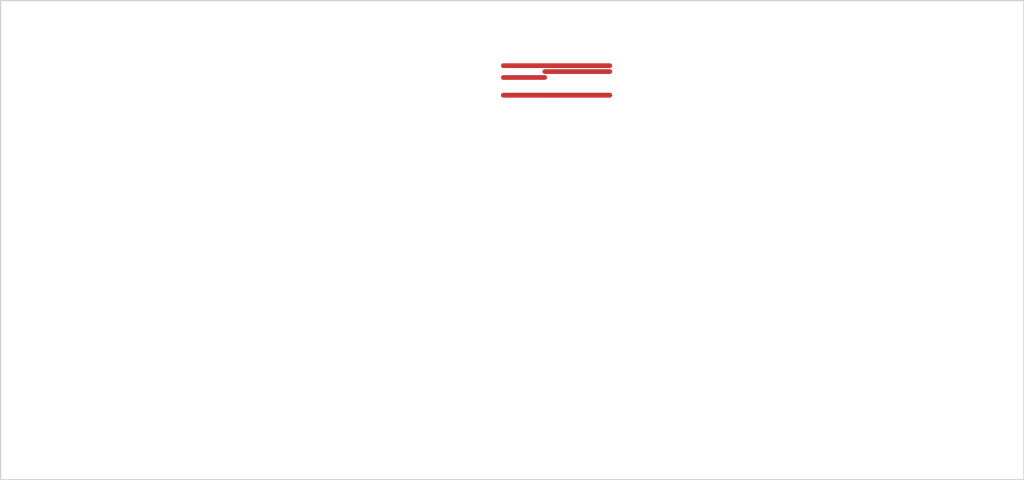
<source format=kicad_pcb>
(kicad_pcb
	(version 20241228)
	(generator "pcbnew")
	(generator_version "9.0")
	(general
		(thickness 1.6)
		(legacy_teardrops no)
	)
	(paper "A4")
	(layers
		(0 "F.Cu" signal)
		(2 "B.Cu" signal)
		(9 "F.Adhes" user "F.Adhesive")
		(11 "B.Adhes" user "B.Adhesive")
		(13 "F.Paste" user)
		(15 "B.Paste" user)
		(5 "F.SilkS" user "F.Silkscreen")
		(7 "B.SilkS" user "B.Silkscreen")
		(1 "F.Mask" user)
		(3 "B.Mask" user)
		(17 "Dwgs.User" user "User.Drawings")
		(19 "Cmts.User" user "User.Comments")
		(21 "Eco1.User" user "User.Eco1")
		(23 "Eco2.User" user "User.Eco2")
		(25 "Edge.Cuts" user)
		(27 "Margin" user)
		(31 "F.CrtYd" user "F.Courtyard")
		(29 "B.CrtYd" user "B.Courtyard")
		(35 "F.Fab" user)
		(33 "B.Fab" user)
		(39 "User.1" auxiliary)
		(41 "User.2" auxiliary)
		(43 "User.3" auxiliary)
		(45 "User.4" auxiliary)
		(47 "User.5" auxiliary)
		(49 "User.6" auxiliary)
		(51 "User.7" auxiliary)
		(53 "User.8" auxiliary)
		(55 "User.9" auxiliary)
		(57 "User.10" user)
		(59 "User.11" user)
		(61 "User.12" user)
		(63 "User.13" user)
	)
	(setup
		(pad_to_mask_clearance 0)
		(allow_soldermask_bridges_in_footprints no)
		(tenting front back)
		(pcbplotparams
			(layerselection 0x55555555_5755f5ff)
			(plot_on_all_layers_selection 0x00000000_00000000)
			(disableapertmacros no)
			(usegerberextensions no)
			(usegerberattributes yes)
			(usegerberadvancedattributes yes)
			(creategerberjobfile yes)
			(dashed_line_dash_ratio 12.000000)
			(dashed_line_gap_ratio 3.000000)
			(svgprecision 4)
			(plotframeref no)
			(mode 1)
			(useauxorigin no)
			(hpglpennumber 1)
			(hpglpenspeed 20)
			(hpglpendiameter 15.000000)
			(pdf_front_fp_property_popups yes)
			(pdf_back_fp_property_popups yes)
			(pdf_metadata yes)
			(dxfpolygonmode yes)
			(dxfimperialunits yes)
			(dxfusepcbnewfont yes)
			(psnegative no)
			(psa4output no)
			(plotinvisibletext no)
			(sketchpadsonfab no)
			(plotpadnumbers no)
			(hidednponfab no)
			(sketchdnponfab yes)
			(crossoutdnponfab yes)
			(subtractmaskfromsilk no)
			(outputformat 1)
			(mirror no)
			(drillshape 1)
			(scaleselection 1)
			(outputdirectory "")
		)
	)
	(net 0 "")
	(net 1 "a")
	(gr_rect
		(start 108.5 85.75)
		(end 151.75 106)
		(stroke
			(width 0.05)
			(type default)
		)
		(fill no)
		(layer "Edge.Cuts")
		(uuid "6cc7062d-8557-4531-9a24-90817ee944f8")
	)
	(segment
		(start 129.75 89.75)
		(end 131.5 89.75)
		(width 0.2)
		(layer "F.Cu")
		(net 1)
		(uuid "0ff9e6a3-108e-4607-b6ff-56672c126bd8")
	)
	(segment
		(start 129.75 89.75)
		(end 134.25 89.75)
		(width 0.2)
		(layer "F.Cu")
		(net 1)
		(uuid "1e0c28e8-73f2-471a-a467-dc9f8684ff26")
	)
	(segment
		(start 131.5 89.75)
		(end 134.25 89.75)
		(width 0.2)
		(layer "F.Cu")
		(net 1)
		(uuid "937ad9f8-dc51-406f-9002-f1dd3fef9acb")
	)
	(segment
		(start 129.75 89)
		(end 131.5 89)
		(width 0.2)
		(layer "F.Cu")
		(net 1)
		(uuid "b5cb5fcb-d68c-4b62-8896-488a7b02b01c")
	)
	(segment
		(start 129.75 88.5)
		(end 134.25 88.5)
		(width 0.2)
		(layer "F.Cu")
		(net 1)
		(uuid "f2c320e0-1554-4312-ac4e-30075908acba")
	)
	(segment
		(start 131.5 88.75)
		(end 134.25 88.75)
		(width 0.2)
		(layer "F.Cu")
		(net 1)
		(uuid "f7140b20-6822-4a9f-ab21-98f073f5f2df")
	)
	(embedded_fonts no)
)

</source>
